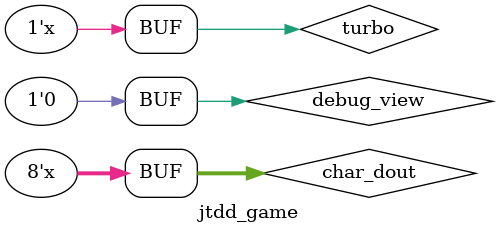
<source format=v>
/*  This file is part of JTCORES.
    JTCORES program is free software: you can redistribute it and/or modify
    it under the terms of the GNU General Public License as published by
    the Free Software Foundation, either version 3 of the License, or
    (at your option) any later version.

    JTCORES program is distributed in the hope that it will be useful,
    but WITHOUT ANY WARRANTY; without even the implied warranty of
    MERCHANTABILITY or FITNESS FOR A PARTICULAR PURPOSE.  See the
    GNU General Public License for more details.

    You should have received a copy of the GNU General Public License
    along with JTCORES.  If not, see <http://www.gnu.org/licenses/>.

    Author: Jose Tejada Gomez. Twitter: @topapate
    Version: 1.0
    Date: 2-12-2019 */

module jtdd_game(
    `include "jtframe_game_ports.inc" // see $JTFRAME/hdl/inc/jtframe_game_ports.inc
);

wire       [12:0]  cpu_AB;
wire               cram_cs, vram_cs, oram_cs, pal_cs;
wire               cpu_wrn;
wire       [ 7:0]  cpu_dout;
wire       [ 7:0]  char_dout, scr_dout, pal_dout;
// video signals
wire               VBL, IMS, H8, flip, nc;
// Sound
wire               mcu_rstb, snd_irq;
wire       [ 7:0]  snd_latch;
// MCU
wire               mcu_irqmain, mcu_halt, com_cs, mcu_nmi_set, mcu_ban;
wire       [ 7:0]  mcu_ram;

wire       [ 8:0]  scrhpos, scrvpos;
wire               cpu_cen, turbo;

assign turbo      = `ifdef ALWAYS_TURBO 1 `else status[13] `endif ;
assign dip_flip   = flip;
assign debug_view = 0;
assign scr_cs     = LVBL;
assign main_dout  = cpu_dout;
assign oram_we    = oram_cs & ~cpu_wrn;
assign cram_we    = {2{cram_cs & ~cpu_wrn}} & { ~main_addr[0], main_addr[0]};
assign char_dout  = main_addr[0] ? char16_dout[7:0] : char16_dout[15:8];

`ifndef NOMAIN
wire main_cen = turbo ? 1'd1 : cen12;

// CPU and sub CPU from slower clock in order to
// prevent timing error in 6809 CC bit Z
jtdd_main u_main(
    .clk            ( clk24         ),
    .rst            ( rst24         ),
    .cen12          ( main_cen      ),
    .cpu_cen        ( cpu_cen       ),
    .VBL            ( VBL           ),
    .IMS            ( IMS           ), // =VPOS[3]
    // MCU
    .mcu_irqmain    ( mcu_irqmain   ),
    .mcu_halt       ( mcu_halt      ),
    .mcu_ban        ( mcu_ban       ),
    .com_cs         ( com_cs        ),
    .mcu_nmi_set    ( mcu_nmi_set   ),
    .mcu_ram        ( mcu_ram       ),
    // Palette
    .pal_cs         ( pal_cs        ),
    .pal_dout       ( pal_dout      ),
    .flip           ( flip          ),
    // Sound
    .mcu_rstb       ( mcu_rstb      ),
    .snd_irq        ( snd_irq       ),
    .snd_latch      ( snd_latch     ),
    // Characters
    .char_dout      ( char_dout     ),
    .cpu_dout       ( cpu_dout      ),
    .cram_cs        ( cram_cs       ),
    // Objects
    .obj_dout       ( obj_dout      ),
    .oram_cs        ( oram_cs       ),
    // scroll
    .scr_dout       ( scr_dout      ),
    .vram_cs        ( vram_cs       ),
    .scrhpos        ( scrhpos       ),
    .scrvpos        ( scrvpos       ),
    // cabinet I/O
    .start_button   ( start_button  ),
    .coin_input     ( coin_input    ),
    .joystick1      ( joystick1     ),
    .joystick2      ( joystick2     ),
    // BUS sharing
    .cpu_AB         ( cpu_AB        ),
    .RnW            ( cpu_wrn       ),
    // ROM access
    .rom_cs         ( main_cs       ),
    .rom_addr       ( main_addr     ),
    .rom_data       ( main_data     ),
    .rom_ok         ( main_ok       ),
    // DIP switches
    .dip_pause      ( dip_pause     ),
    .service        ( service       ),
    .dipsw_a        ( dipsw[ 7:0]   ),
    .dipsw_b        ( dipsw[15:8]   )
);
`else
assign main_cs   = 1'b0;
assign main_addr = 18'd0;
assign cram_cs   = 1'b0;
assign vram_cs   = 1'b0;
assign oram_cs   = 1'b0;
assign pal_cs    = 1'b0;
assign mcu_cs    = 1'b0;
assign flip      = 1'b0;
assign cpu_AB    = 13'd0;
assign cpu_wrn   = 1'b1;
assign scrhpos   = 9'h0;
assign scrvpos   = 9'h0;
assign snd_latch = 8'd0;
assign snd_irq   = 1'b0;
assign mcu_rstb  = 1'b0;
`endif

`ifndef NOMCU
wire cpu_cen2;
wire mcu_cen = turbo ? cpu_cen : cpu_cen2; // 3 or 1.5MHz

jtframe_cendiv u_cendiv(
    .clk        ( clk24         ),
    .cen_in     ( cpu_cen       ),
    .cen_div    ( cpu_cen2      ),
    .cen_da     (               )
);

jtdd_mcu u_mcu(
    .clk          (  clk24           ),
    .mcu_rstb     (  mcu_rstb        ),
    .mcu_cen      (  mcu_cen         ),
    // CPU bus
    .cpu_AB       (  cpu_AB[8:0]     ),
    .cpu_wrn      (  cpu_wrn         ),
    .cpu_dout     (  cpu_dout        ),
    .shared_dout  (  mcu_ram         ),
    // CPU Interface
    .com_cs       (  com_cs          ),
    .mcu_nmi_set  (  mcu_nmi_set     ),
    .mcu_halt     (  mcu_halt        ),
    .mcu_irqmain  (  mcu_irqmain     ),
    .mcu_ban      (  mcu_ban         ),
    // PROM programming
    .rom_addr     (  mcu_addr        ),
    .rom_data     (  mcu_data        ),
    .rom_cs       (  mcu_cs          ),
    .rom_ok       (  mcu_ok          )
);
`else
reg    irqmain;
assign mcu_irqmain = irqmain;
assign mcu_ban = 1'b0;
always @(posedge clk) irqmain <= mcu_nmi_set;
wire shared_we = com_cs && !cpu_wrn;
jtframe_ram #(.AW(9)) u_shared(
    .clk    ( clk         ),
    .cen    ( cpu_cen     ),
    .data   ( cpu_dout    ),
    .addr   ( cpu_AB[8:0] ),
    .we     ( shared_we   ),
    .q      ( mcu_ram     )
);
`endif

jtdd_sound u_sound(
    .clk         ( clk24         ),
    .rst         ( rst24         ),
    .cen6        ( cen6          ),
    .H8          ( H8            ),
    // communication with main CPU
    .snd_irq     ( snd_irq       ),
    .snd_latch   ( snd_latch     ),
    // ROM
    .rom_addr    ( snd_addr      ),
    .rom_cs      ( snd_cs        ),
    .rom_data    ( snd_data      ),
    .rom_ok      ( snd_ok        ),

    .adpcm0_addr ( adpcm0_addr   ),
    .adpcm0_cs   ( adpcm0_cs     ),
    .adpcm0_data ( adpcm0_data   ),
    .adpcm0_ok   ( adpcm0_ok     ),

    .adpcm1_addr ( adpcm1_addr   ),
    .adpcm1_cs   ( adpcm1_cs     ),
    .adpcm1_data ( adpcm1_data   ),
    .adpcm1_ok   ( adpcm1_ok     ),
    // Sound output
    .sound       ( snd           ),
    .sample      ( sample        ),
    .peak        ( game_led      )
);
/* verilator tracing_off */
jtdd_video u_video(
    .clk          (  clk             ),
    .rst          (  rst             ),
    .pxl_cen      (  pxl_cen         ),
    .cen_Q        (  cpu_cen         ),
    .cpu_AB       (  cpu_AB          ),
    .pal_cs       (  pal_cs          ),
    .vram_cs      (  vram_cs         ),
    .cpu_wrn      (  cpu_wrn         ),
    .cpu_dout     (  cpu_dout        ),
    .scr_dout     (  scr_dout        ),
    .pal_dout     (  pal_dout        ),
    // Scroll position
    .scrhpos      ( scrhpos          ),
    .scrvpos      ( scrvpos          ),
    // video signals
    .VBL          (  VBL             ),
    .LVBL         (  LVBL            ),
    .VS           (  VS              ),
    .LHBL         (  LHBL            ),
    .HS           (  HS              ),
    .IMS          (  IMS             ),
    .flip         (  flip            ),
    .H8           (  H8              ),
    // Video RAM
    .oram_addr    ( oram_addr        ),
    .oram_data    ( oram_dout        ),
    .cram_addr    (  cram_addr       ),
    .cram_data    (  cram_dout       ),
    // ROM access
    .char_addr    ( {nc,char_addr}   ),
    .char_data    (  char_data       ),
    .char_cs      (  char_cs         ),
    .char_ok      (  char_ok         ),
    .scr_addr     (  scr_addr        ),
    .scr_data     (  scr_data        ),
    .scr_ok       (  scr_ok          ),
    .obj_cs       (  obj_cs          ),
    .obj_addr     (  obj_addr        ),
    .obj_data     (  obj_data        ),
    .obj_ok       (  obj_ok          ),
    // PROM programming
    .prog_addr    (  prog_addr[7:0]  ),
    .prom_prio_we (  prom_we         ),
    .prom_din     (  prog_data[3:0]  ),
    // Pixel output
    .red          (  red             ),
    .green        (  green           ),
    .blue         (  blue            ),
    // Debug
    .gfx_en       (  gfx_en          ),
    .debug_bus    (  debug_bus       )
);

endmodule
</source>
